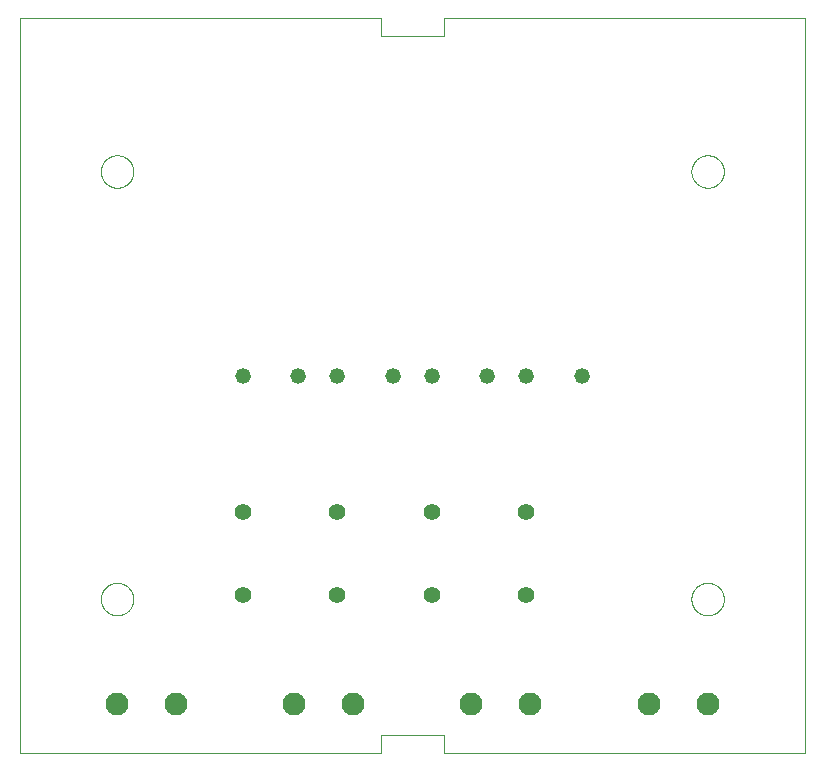
<source format=gtl>
G75*
%MOIN*%
%OFA0B0*%
%FSLAX25Y25*%
%IPPOS*%
%LPD*%
%AMOC8*
5,1,8,0,0,1.08239X$1,22.5*
%
%ADD10C,0.00000*%
%ADD11C,0.05200*%
%ADD12C,0.05500*%
%ADD13C,0.05543*%
%ADD14C,0.07677*%
D10*
X0001000Y0010394D02*
X0001000Y0255276D01*
X0121472Y0255276D01*
X0121472Y0249370D01*
X0142339Y0249370D01*
X0142339Y0255276D01*
X0262811Y0255276D01*
X0262811Y0010394D01*
X0142339Y0010394D01*
X0142339Y0016299D01*
X0121472Y0016299D01*
X0121472Y0010394D01*
X0001000Y0010394D01*
X0028067Y0061575D02*
X0028069Y0061722D01*
X0028075Y0061868D01*
X0028085Y0062014D01*
X0028099Y0062160D01*
X0028117Y0062306D01*
X0028138Y0062451D01*
X0028164Y0062595D01*
X0028194Y0062739D01*
X0028227Y0062881D01*
X0028264Y0063023D01*
X0028305Y0063164D01*
X0028350Y0063303D01*
X0028399Y0063442D01*
X0028451Y0063579D01*
X0028508Y0063714D01*
X0028567Y0063848D01*
X0028631Y0063980D01*
X0028698Y0064110D01*
X0028768Y0064239D01*
X0028842Y0064366D01*
X0028919Y0064490D01*
X0029000Y0064613D01*
X0029084Y0064733D01*
X0029171Y0064851D01*
X0029261Y0064966D01*
X0029354Y0065079D01*
X0029451Y0065190D01*
X0029550Y0065298D01*
X0029652Y0065403D01*
X0029757Y0065505D01*
X0029865Y0065604D01*
X0029976Y0065701D01*
X0030089Y0065794D01*
X0030204Y0065884D01*
X0030322Y0065971D01*
X0030442Y0066055D01*
X0030565Y0066136D01*
X0030689Y0066213D01*
X0030816Y0066287D01*
X0030945Y0066357D01*
X0031075Y0066424D01*
X0031207Y0066488D01*
X0031341Y0066547D01*
X0031476Y0066604D01*
X0031613Y0066656D01*
X0031752Y0066705D01*
X0031891Y0066750D01*
X0032032Y0066791D01*
X0032174Y0066828D01*
X0032316Y0066861D01*
X0032460Y0066891D01*
X0032604Y0066917D01*
X0032749Y0066938D01*
X0032895Y0066956D01*
X0033041Y0066970D01*
X0033187Y0066980D01*
X0033333Y0066986D01*
X0033480Y0066988D01*
X0033627Y0066986D01*
X0033773Y0066980D01*
X0033919Y0066970D01*
X0034065Y0066956D01*
X0034211Y0066938D01*
X0034356Y0066917D01*
X0034500Y0066891D01*
X0034644Y0066861D01*
X0034786Y0066828D01*
X0034928Y0066791D01*
X0035069Y0066750D01*
X0035208Y0066705D01*
X0035347Y0066656D01*
X0035484Y0066604D01*
X0035619Y0066547D01*
X0035753Y0066488D01*
X0035885Y0066424D01*
X0036015Y0066357D01*
X0036144Y0066287D01*
X0036271Y0066213D01*
X0036395Y0066136D01*
X0036518Y0066055D01*
X0036638Y0065971D01*
X0036756Y0065884D01*
X0036871Y0065794D01*
X0036984Y0065701D01*
X0037095Y0065604D01*
X0037203Y0065505D01*
X0037308Y0065403D01*
X0037410Y0065298D01*
X0037509Y0065190D01*
X0037606Y0065079D01*
X0037699Y0064966D01*
X0037789Y0064851D01*
X0037876Y0064733D01*
X0037960Y0064613D01*
X0038041Y0064490D01*
X0038118Y0064366D01*
X0038192Y0064239D01*
X0038262Y0064110D01*
X0038329Y0063980D01*
X0038393Y0063848D01*
X0038452Y0063714D01*
X0038509Y0063579D01*
X0038561Y0063442D01*
X0038610Y0063303D01*
X0038655Y0063164D01*
X0038696Y0063023D01*
X0038733Y0062881D01*
X0038766Y0062739D01*
X0038796Y0062595D01*
X0038822Y0062451D01*
X0038843Y0062306D01*
X0038861Y0062160D01*
X0038875Y0062014D01*
X0038885Y0061868D01*
X0038891Y0061722D01*
X0038893Y0061575D01*
X0038891Y0061428D01*
X0038885Y0061282D01*
X0038875Y0061136D01*
X0038861Y0060990D01*
X0038843Y0060844D01*
X0038822Y0060699D01*
X0038796Y0060555D01*
X0038766Y0060411D01*
X0038733Y0060269D01*
X0038696Y0060127D01*
X0038655Y0059986D01*
X0038610Y0059847D01*
X0038561Y0059708D01*
X0038509Y0059571D01*
X0038452Y0059436D01*
X0038393Y0059302D01*
X0038329Y0059170D01*
X0038262Y0059040D01*
X0038192Y0058911D01*
X0038118Y0058784D01*
X0038041Y0058660D01*
X0037960Y0058537D01*
X0037876Y0058417D01*
X0037789Y0058299D01*
X0037699Y0058184D01*
X0037606Y0058071D01*
X0037509Y0057960D01*
X0037410Y0057852D01*
X0037308Y0057747D01*
X0037203Y0057645D01*
X0037095Y0057546D01*
X0036984Y0057449D01*
X0036871Y0057356D01*
X0036756Y0057266D01*
X0036638Y0057179D01*
X0036518Y0057095D01*
X0036395Y0057014D01*
X0036271Y0056937D01*
X0036144Y0056863D01*
X0036015Y0056793D01*
X0035885Y0056726D01*
X0035753Y0056662D01*
X0035619Y0056603D01*
X0035484Y0056546D01*
X0035347Y0056494D01*
X0035208Y0056445D01*
X0035069Y0056400D01*
X0034928Y0056359D01*
X0034786Y0056322D01*
X0034644Y0056289D01*
X0034500Y0056259D01*
X0034356Y0056233D01*
X0034211Y0056212D01*
X0034065Y0056194D01*
X0033919Y0056180D01*
X0033773Y0056170D01*
X0033627Y0056164D01*
X0033480Y0056162D01*
X0033333Y0056164D01*
X0033187Y0056170D01*
X0033041Y0056180D01*
X0032895Y0056194D01*
X0032749Y0056212D01*
X0032604Y0056233D01*
X0032460Y0056259D01*
X0032316Y0056289D01*
X0032174Y0056322D01*
X0032032Y0056359D01*
X0031891Y0056400D01*
X0031752Y0056445D01*
X0031613Y0056494D01*
X0031476Y0056546D01*
X0031341Y0056603D01*
X0031207Y0056662D01*
X0031075Y0056726D01*
X0030945Y0056793D01*
X0030816Y0056863D01*
X0030689Y0056937D01*
X0030565Y0057014D01*
X0030442Y0057095D01*
X0030322Y0057179D01*
X0030204Y0057266D01*
X0030089Y0057356D01*
X0029976Y0057449D01*
X0029865Y0057546D01*
X0029757Y0057645D01*
X0029652Y0057747D01*
X0029550Y0057852D01*
X0029451Y0057960D01*
X0029354Y0058071D01*
X0029261Y0058184D01*
X0029171Y0058299D01*
X0029084Y0058417D01*
X0029000Y0058537D01*
X0028919Y0058660D01*
X0028842Y0058784D01*
X0028768Y0058911D01*
X0028698Y0059040D01*
X0028631Y0059170D01*
X0028567Y0059302D01*
X0028508Y0059436D01*
X0028451Y0059571D01*
X0028399Y0059708D01*
X0028350Y0059847D01*
X0028305Y0059986D01*
X0028264Y0060127D01*
X0028227Y0060269D01*
X0028194Y0060411D01*
X0028164Y0060555D01*
X0028138Y0060699D01*
X0028117Y0060844D01*
X0028099Y0060990D01*
X0028085Y0061136D01*
X0028075Y0061282D01*
X0028069Y0061428D01*
X0028067Y0061575D01*
X0028067Y0204094D02*
X0028069Y0204241D01*
X0028075Y0204387D01*
X0028085Y0204533D01*
X0028099Y0204679D01*
X0028117Y0204825D01*
X0028138Y0204970D01*
X0028164Y0205114D01*
X0028194Y0205258D01*
X0028227Y0205400D01*
X0028264Y0205542D01*
X0028305Y0205683D01*
X0028350Y0205822D01*
X0028399Y0205961D01*
X0028451Y0206098D01*
X0028508Y0206233D01*
X0028567Y0206367D01*
X0028631Y0206499D01*
X0028698Y0206629D01*
X0028768Y0206758D01*
X0028842Y0206885D01*
X0028919Y0207009D01*
X0029000Y0207132D01*
X0029084Y0207252D01*
X0029171Y0207370D01*
X0029261Y0207485D01*
X0029354Y0207598D01*
X0029451Y0207709D01*
X0029550Y0207817D01*
X0029652Y0207922D01*
X0029757Y0208024D01*
X0029865Y0208123D01*
X0029976Y0208220D01*
X0030089Y0208313D01*
X0030204Y0208403D01*
X0030322Y0208490D01*
X0030442Y0208574D01*
X0030565Y0208655D01*
X0030689Y0208732D01*
X0030816Y0208806D01*
X0030945Y0208876D01*
X0031075Y0208943D01*
X0031207Y0209007D01*
X0031341Y0209066D01*
X0031476Y0209123D01*
X0031613Y0209175D01*
X0031752Y0209224D01*
X0031891Y0209269D01*
X0032032Y0209310D01*
X0032174Y0209347D01*
X0032316Y0209380D01*
X0032460Y0209410D01*
X0032604Y0209436D01*
X0032749Y0209457D01*
X0032895Y0209475D01*
X0033041Y0209489D01*
X0033187Y0209499D01*
X0033333Y0209505D01*
X0033480Y0209507D01*
X0033627Y0209505D01*
X0033773Y0209499D01*
X0033919Y0209489D01*
X0034065Y0209475D01*
X0034211Y0209457D01*
X0034356Y0209436D01*
X0034500Y0209410D01*
X0034644Y0209380D01*
X0034786Y0209347D01*
X0034928Y0209310D01*
X0035069Y0209269D01*
X0035208Y0209224D01*
X0035347Y0209175D01*
X0035484Y0209123D01*
X0035619Y0209066D01*
X0035753Y0209007D01*
X0035885Y0208943D01*
X0036015Y0208876D01*
X0036144Y0208806D01*
X0036271Y0208732D01*
X0036395Y0208655D01*
X0036518Y0208574D01*
X0036638Y0208490D01*
X0036756Y0208403D01*
X0036871Y0208313D01*
X0036984Y0208220D01*
X0037095Y0208123D01*
X0037203Y0208024D01*
X0037308Y0207922D01*
X0037410Y0207817D01*
X0037509Y0207709D01*
X0037606Y0207598D01*
X0037699Y0207485D01*
X0037789Y0207370D01*
X0037876Y0207252D01*
X0037960Y0207132D01*
X0038041Y0207009D01*
X0038118Y0206885D01*
X0038192Y0206758D01*
X0038262Y0206629D01*
X0038329Y0206499D01*
X0038393Y0206367D01*
X0038452Y0206233D01*
X0038509Y0206098D01*
X0038561Y0205961D01*
X0038610Y0205822D01*
X0038655Y0205683D01*
X0038696Y0205542D01*
X0038733Y0205400D01*
X0038766Y0205258D01*
X0038796Y0205114D01*
X0038822Y0204970D01*
X0038843Y0204825D01*
X0038861Y0204679D01*
X0038875Y0204533D01*
X0038885Y0204387D01*
X0038891Y0204241D01*
X0038893Y0204094D01*
X0038891Y0203947D01*
X0038885Y0203801D01*
X0038875Y0203655D01*
X0038861Y0203509D01*
X0038843Y0203363D01*
X0038822Y0203218D01*
X0038796Y0203074D01*
X0038766Y0202930D01*
X0038733Y0202788D01*
X0038696Y0202646D01*
X0038655Y0202505D01*
X0038610Y0202366D01*
X0038561Y0202227D01*
X0038509Y0202090D01*
X0038452Y0201955D01*
X0038393Y0201821D01*
X0038329Y0201689D01*
X0038262Y0201559D01*
X0038192Y0201430D01*
X0038118Y0201303D01*
X0038041Y0201179D01*
X0037960Y0201056D01*
X0037876Y0200936D01*
X0037789Y0200818D01*
X0037699Y0200703D01*
X0037606Y0200590D01*
X0037509Y0200479D01*
X0037410Y0200371D01*
X0037308Y0200266D01*
X0037203Y0200164D01*
X0037095Y0200065D01*
X0036984Y0199968D01*
X0036871Y0199875D01*
X0036756Y0199785D01*
X0036638Y0199698D01*
X0036518Y0199614D01*
X0036395Y0199533D01*
X0036271Y0199456D01*
X0036144Y0199382D01*
X0036015Y0199312D01*
X0035885Y0199245D01*
X0035753Y0199181D01*
X0035619Y0199122D01*
X0035484Y0199065D01*
X0035347Y0199013D01*
X0035208Y0198964D01*
X0035069Y0198919D01*
X0034928Y0198878D01*
X0034786Y0198841D01*
X0034644Y0198808D01*
X0034500Y0198778D01*
X0034356Y0198752D01*
X0034211Y0198731D01*
X0034065Y0198713D01*
X0033919Y0198699D01*
X0033773Y0198689D01*
X0033627Y0198683D01*
X0033480Y0198681D01*
X0033333Y0198683D01*
X0033187Y0198689D01*
X0033041Y0198699D01*
X0032895Y0198713D01*
X0032749Y0198731D01*
X0032604Y0198752D01*
X0032460Y0198778D01*
X0032316Y0198808D01*
X0032174Y0198841D01*
X0032032Y0198878D01*
X0031891Y0198919D01*
X0031752Y0198964D01*
X0031613Y0199013D01*
X0031476Y0199065D01*
X0031341Y0199122D01*
X0031207Y0199181D01*
X0031075Y0199245D01*
X0030945Y0199312D01*
X0030816Y0199382D01*
X0030689Y0199456D01*
X0030565Y0199533D01*
X0030442Y0199614D01*
X0030322Y0199698D01*
X0030204Y0199785D01*
X0030089Y0199875D01*
X0029976Y0199968D01*
X0029865Y0200065D01*
X0029757Y0200164D01*
X0029652Y0200266D01*
X0029550Y0200371D01*
X0029451Y0200479D01*
X0029354Y0200590D01*
X0029261Y0200703D01*
X0029171Y0200818D01*
X0029084Y0200936D01*
X0029000Y0201056D01*
X0028919Y0201179D01*
X0028842Y0201303D01*
X0028768Y0201430D01*
X0028698Y0201559D01*
X0028631Y0201689D01*
X0028567Y0201821D01*
X0028508Y0201955D01*
X0028451Y0202090D01*
X0028399Y0202227D01*
X0028350Y0202366D01*
X0028305Y0202505D01*
X0028264Y0202646D01*
X0028227Y0202788D01*
X0028194Y0202930D01*
X0028164Y0203074D01*
X0028138Y0203218D01*
X0028117Y0203363D01*
X0028099Y0203509D01*
X0028085Y0203655D01*
X0028075Y0203801D01*
X0028069Y0203947D01*
X0028067Y0204094D01*
X0224918Y0204094D02*
X0224920Y0204241D01*
X0224926Y0204387D01*
X0224936Y0204533D01*
X0224950Y0204679D01*
X0224968Y0204825D01*
X0224989Y0204970D01*
X0225015Y0205114D01*
X0225045Y0205258D01*
X0225078Y0205400D01*
X0225115Y0205542D01*
X0225156Y0205683D01*
X0225201Y0205822D01*
X0225250Y0205961D01*
X0225302Y0206098D01*
X0225359Y0206233D01*
X0225418Y0206367D01*
X0225482Y0206499D01*
X0225549Y0206629D01*
X0225619Y0206758D01*
X0225693Y0206885D01*
X0225770Y0207009D01*
X0225851Y0207132D01*
X0225935Y0207252D01*
X0226022Y0207370D01*
X0226112Y0207485D01*
X0226205Y0207598D01*
X0226302Y0207709D01*
X0226401Y0207817D01*
X0226503Y0207922D01*
X0226608Y0208024D01*
X0226716Y0208123D01*
X0226827Y0208220D01*
X0226940Y0208313D01*
X0227055Y0208403D01*
X0227173Y0208490D01*
X0227293Y0208574D01*
X0227416Y0208655D01*
X0227540Y0208732D01*
X0227667Y0208806D01*
X0227796Y0208876D01*
X0227926Y0208943D01*
X0228058Y0209007D01*
X0228192Y0209066D01*
X0228327Y0209123D01*
X0228464Y0209175D01*
X0228603Y0209224D01*
X0228742Y0209269D01*
X0228883Y0209310D01*
X0229025Y0209347D01*
X0229167Y0209380D01*
X0229311Y0209410D01*
X0229455Y0209436D01*
X0229600Y0209457D01*
X0229746Y0209475D01*
X0229892Y0209489D01*
X0230038Y0209499D01*
X0230184Y0209505D01*
X0230331Y0209507D01*
X0230478Y0209505D01*
X0230624Y0209499D01*
X0230770Y0209489D01*
X0230916Y0209475D01*
X0231062Y0209457D01*
X0231207Y0209436D01*
X0231351Y0209410D01*
X0231495Y0209380D01*
X0231637Y0209347D01*
X0231779Y0209310D01*
X0231920Y0209269D01*
X0232059Y0209224D01*
X0232198Y0209175D01*
X0232335Y0209123D01*
X0232470Y0209066D01*
X0232604Y0209007D01*
X0232736Y0208943D01*
X0232866Y0208876D01*
X0232995Y0208806D01*
X0233122Y0208732D01*
X0233246Y0208655D01*
X0233369Y0208574D01*
X0233489Y0208490D01*
X0233607Y0208403D01*
X0233722Y0208313D01*
X0233835Y0208220D01*
X0233946Y0208123D01*
X0234054Y0208024D01*
X0234159Y0207922D01*
X0234261Y0207817D01*
X0234360Y0207709D01*
X0234457Y0207598D01*
X0234550Y0207485D01*
X0234640Y0207370D01*
X0234727Y0207252D01*
X0234811Y0207132D01*
X0234892Y0207009D01*
X0234969Y0206885D01*
X0235043Y0206758D01*
X0235113Y0206629D01*
X0235180Y0206499D01*
X0235244Y0206367D01*
X0235303Y0206233D01*
X0235360Y0206098D01*
X0235412Y0205961D01*
X0235461Y0205822D01*
X0235506Y0205683D01*
X0235547Y0205542D01*
X0235584Y0205400D01*
X0235617Y0205258D01*
X0235647Y0205114D01*
X0235673Y0204970D01*
X0235694Y0204825D01*
X0235712Y0204679D01*
X0235726Y0204533D01*
X0235736Y0204387D01*
X0235742Y0204241D01*
X0235744Y0204094D01*
X0235742Y0203947D01*
X0235736Y0203801D01*
X0235726Y0203655D01*
X0235712Y0203509D01*
X0235694Y0203363D01*
X0235673Y0203218D01*
X0235647Y0203074D01*
X0235617Y0202930D01*
X0235584Y0202788D01*
X0235547Y0202646D01*
X0235506Y0202505D01*
X0235461Y0202366D01*
X0235412Y0202227D01*
X0235360Y0202090D01*
X0235303Y0201955D01*
X0235244Y0201821D01*
X0235180Y0201689D01*
X0235113Y0201559D01*
X0235043Y0201430D01*
X0234969Y0201303D01*
X0234892Y0201179D01*
X0234811Y0201056D01*
X0234727Y0200936D01*
X0234640Y0200818D01*
X0234550Y0200703D01*
X0234457Y0200590D01*
X0234360Y0200479D01*
X0234261Y0200371D01*
X0234159Y0200266D01*
X0234054Y0200164D01*
X0233946Y0200065D01*
X0233835Y0199968D01*
X0233722Y0199875D01*
X0233607Y0199785D01*
X0233489Y0199698D01*
X0233369Y0199614D01*
X0233246Y0199533D01*
X0233122Y0199456D01*
X0232995Y0199382D01*
X0232866Y0199312D01*
X0232736Y0199245D01*
X0232604Y0199181D01*
X0232470Y0199122D01*
X0232335Y0199065D01*
X0232198Y0199013D01*
X0232059Y0198964D01*
X0231920Y0198919D01*
X0231779Y0198878D01*
X0231637Y0198841D01*
X0231495Y0198808D01*
X0231351Y0198778D01*
X0231207Y0198752D01*
X0231062Y0198731D01*
X0230916Y0198713D01*
X0230770Y0198699D01*
X0230624Y0198689D01*
X0230478Y0198683D01*
X0230331Y0198681D01*
X0230184Y0198683D01*
X0230038Y0198689D01*
X0229892Y0198699D01*
X0229746Y0198713D01*
X0229600Y0198731D01*
X0229455Y0198752D01*
X0229311Y0198778D01*
X0229167Y0198808D01*
X0229025Y0198841D01*
X0228883Y0198878D01*
X0228742Y0198919D01*
X0228603Y0198964D01*
X0228464Y0199013D01*
X0228327Y0199065D01*
X0228192Y0199122D01*
X0228058Y0199181D01*
X0227926Y0199245D01*
X0227796Y0199312D01*
X0227667Y0199382D01*
X0227540Y0199456D01*
X0227416Y0199533D01*
X0227293Y0199614D01*
X0227173Y0199698D01*
X0227055Y0199785D01*
X0226940Y0199875D01*
X0226827Y0199968D01*
X0226716Y0200065D01*
X0226608Y0200164D01*
X0226503Y0200266D01*
X0226401Y0200371D01*
X0226302Y0200479D01*
X0226205Y0200590D01*
X0226112Y0200703D01*
X0226022Y0200818D01*
X0225935Y0200936D01*
X0225851Y0201056D01*
X0225770Y0201179D01*
X0225693Y0201303D01*
X0225619Y0201430D01*
X0225549Y0201559D01*
X0225482Y0201689D01*
X0225418Y0201821D01*
X0225359Y0201955D01*
X0225302Y0202090D01*
X0225250Y0202227D01*
X0225201Y0202366D01*
X0225156Y0202505D01*
X0225115Y0202646D01*
X0225078Y0202788D01*
X0225045Y0202930D01*
X0225015Y0203074D01*
X0224989Y0203218D01*
X0224968Y0203363D01*
X0224950Y0203509D01*
X0224936Y0203655D01*
X0224926Y0203801D01*
X0224920Y0203947D01*
X0224918Y0204094D01*
X0224918Y0061575D02*
X0224920Y0061722D01*
X0224926Y0061868D01*
X0224936Y0062014D01*
X0224950Y0062160D01*
X0224968Y0062306D01*
X0224989Y0062451D01*
X0225015Y0062595D01*
X0225045Y0062739D01*
X0225078Y0062881D01*
X0225115Y0063023D01*
X0225156Y0063164D01*
X0225201Y0063303D01*
X0225250Y0063442D01*
X0225302Y0063579D01*
X0225359Y0063714D01*
X0225418Y0063848D01*
X0225482Y0063980D01*
X0225549Y0064110D01*
X0225619Y0064239D01*
X0225693Y0064366D01*
X0225770Y0064490D01*
X0225851Y0064613D01*
X0225935Y0064733D01*
X0226022Y0064851D01*
X0226112Y0064966D01*
X0226205Y0065079D01*
X0226302Y0065190D01*
X0226401Y0065298D01*
X0226503Y0065403D01*
X0226608Y0065505D01*
X0226716Y0065604D01*
X0226827Y0065701D01*
X0226940Y0065794D01*
X0227055Y0065884D01*
X0227173Y0065971D01*
X0227293Y0066055D01*
X0227416Y0066136D01*
X0227540Y0066213D01*
X0227667Y0066287D01*
X0227796Y0066357D01*
X0227926Y0066424D01*
X0228058Y0066488D01*
X0228192Y0066547D01*
X0228327Y0066604D01*
X0228464Y0066656D01*
X0228603Y0066705D01*
X0228742Y0066750D01*
X0228883Y0066791D01*
X0229025Y0066828D01*
X0229167Y0066861D01*
X0229311Y0066891D01*
X0229455Y0066917D01*
X0229600Y0066938D01*
X0229746Y0066956D01*
X0229892Y0066970D01*
X0230038Y0066980D01*
X0230184Y0066986D01*
X0230331Y0066988D01*
X0230478Y0066986D01*
X0230624Y0066980D01*
X0230770Y0066970D01*
X0230916Y0066956D01*
X0231062Y0066938D01*
X0231207Y0066917D01*
X0231351Y0066891D01*
X0231495Y0066861D01*
X0231637Y0066828D01*
X0231779Y0066791D01*
X0231920Y0066750D01*
X0232059Y0066705D01*
X0232198Y0066656D01*
X0232335Y0066604D01*
X0232470Y0066547D01*
X0232604Y0066488D01*
X0232736Y0066424D01*
X0232866Y0066357D01*
X0232995Y0066287D01*
X0233122Y0066213D01*
X0233246Y0066136D01*
X0233369Y0066055D01*
X0233489Y0065971D01*
X0233607Y0065884D01*
X0233722Y0065794D01*
X0233835Y0065701D01*
X0233946Y0065604D01*
X0234054Y0065505D01*
X0234159Y0065403D01*
X0234261Y0065298D01*
X0234360Y0065190D01*
X0234457Y0065079D01*
X0234550Y0064966D01*
X0234640Y0064851D01*
X0234727Y0064733D01*
X0234811Y0064613D01*
X0234892Y0064490D01*
X0234969Y0064366D01*
X0235043Y0064239D01*
X0235113Y0064110D01*
X0235180Y0063980D01*
X0235244Y0063848D01*
X0235303Y0063714D01*
X0235360Y0063579D01*
X0235412Y0063442D01*
X0235461Y0063303D01*
X0235506Y0063164D01*
X0235547Y0063023D01*
X0235584Y0062881D01*
X0235617Y0062739D01*
X0235647Y0062595D01*
X0235673Y0062451D01*
X0235694Y0062306D01*
X0235712Y0062160D01*
X0235726Y0062014D01*
X0235736Y0061868D01*
X0235742Y0061722D01*
X0235744Y0061575D01*
X0235742Y0061428D01*
X0235736Y0061282D01*
X0235726Y0061136D01*
X0235712Y0060990D01*
X0235694Y0060844D01*
X0235673Y0060699D01*
X0235647Y0060555D01*
X0235617Y0060411D01*
X0235584Y0060269D01*
X0235547Y0060127D01*
X0235506Y0059986D01*
X0235461Y0059847D01*
X0235412Y0059708D01*
X0235360Y0059571D01*
X0235303Y0059436D01*
X0235244Y0059302D01*
X0235180Y0059170D01*
X0235113Y0059040D01*
X0235043Y0058911D01*
X0234969Y0058784D01*
X0234892Y0058660D01*
X0234811Y0058537D01*
X0234727Y0058417D01*
X0234640Y0058299D01*
X0234550Y0058184D01*
X0234457Y0058071D01*
X0234360Y0057960D01*
X0234261Y0057852D01*
X0234159Y0057747D01*
X0234054Y0057645D01*
X0233946Y0057546D01*
X0233835Y0057449D01*
X0233722Y0057356D01*
X0233607Y0057266D01*
X0233489Y0057179D01*
X0233369Y0057095D01*
X0233246Y0057014D01*
X0233122Y0056937D01*
X0232995Y0056863D01*
X0232866Y0056793D01*
X0232736Y0056726D01*
X0232604Y0056662D01*
X0232470Y0056603D01*
X0232335Y0056546D01*
X0232198Y0056494D01*
X0232059Y0056445D01*
X0231920Y0056400D01*
X0231779Y0056359D01*
X0231637Y0056322D01*
X0231495Y0056289D01*
X0231351Y0056259D01*
X0231207Y0056233D01*
X0231062Y0056212D01*
X0230916Y0056194D01*
X0230770Y0056180D01*
X0230624Y0056170D01*
X0230478Y0056164D01*
X0230331Y0056162D01*
X0230184Y0056164D01*
X0230038Y0056170D01*
X0229892Y0056180D01*
X0229746Y0056194D01*
X0229600Y0056212D01*
X0229455Y0056233D01*
X0229311Y0056259D01*
X0229167Y0056289D01*
X0229025Y0056322D01*
X0228883Y0056359D01*
X0228742Y0056400D01*
X0228603Y0056445D01*
X0228464Y0056494D01*
X0228327Y0056546D01*
X0228192Y0056603D01*
X0228058Y0056662D01*
X0227926Y0056726D01*
X0227796Y0056793D01*
X0227667Y0056863D01*
X0227540Y0056937D01*
X0227416Y0057014D01*
X0227293Y0057095D01*
X0227173Y0057179D01*
X0227055Y0057266D01*
X0226940Y0057356D01*
X0226827Y0057449D01*
X0226716Y0057546D01*
X0226608Y0057645D01*
X0226503Y0057747D01*
X0226401Y0057852D01*
X0226302Y0057960D01*
X0226205Y0058071D01*
X0226112Y0058184D01*
X0226022Y0058299D01*
X0225935Y0058417D01*
X0225851Y0058537D01*
X0225770Y0058660D01*
X0225693Y0058784D01*
X0225619Y0058911D01*
X0225549Y0059040D01*
X0225482Y0059170D01*
X0225418Y0059302D01*
X0225359Y0059436D01*
X0225302Y0059571D01*
X0225250Y0059708D01*
X0225201Y0059847D01*
X0225156Y0059986D01*
X0225115Y0060127D01*
X0225078Y0060269D01*
X0225045Y0060411D01*
X0225015Y0060555D01*
X0224989Y0060699D01*
X0224968Y0060844D01*
X0224950Y0060990D01*
X0224936Y0061136D01*
X0224926Y0061282D01*
X0224920Y0061428D01*
X0224918Y0061575D01*
D11*
X0188402Y0135787D03*
X0169898Y0135787D03*
X0156906Y0135787D03*
X0138402Y0135787D03*
X0125409Y0135787D03*
X0106906Y0135787D03*
X0093913Y0135787D03*
X0075409Y0135787D03*
D12*
X0075409Y0090512D03*
X0106906Y0090512D03*
X0138402Y0090512D03*
X0169898Y0090512D03*
D13*
X0169898Y0062953D03*
X0138402Y0062953D03*
X0106906Y0062953D03*
X0075409Y0062953D03*
D14*
X0092535Y0026732D03*
X0112220Y0026732D03*
X0151591Y0026732D03*
X0171276Y0026732D03*
X0210646Y0026732D03*
X0230331Y0026732D03*
X0053165Y0026732D03*
X0033480Y0026732D03*
M02*

</source>
